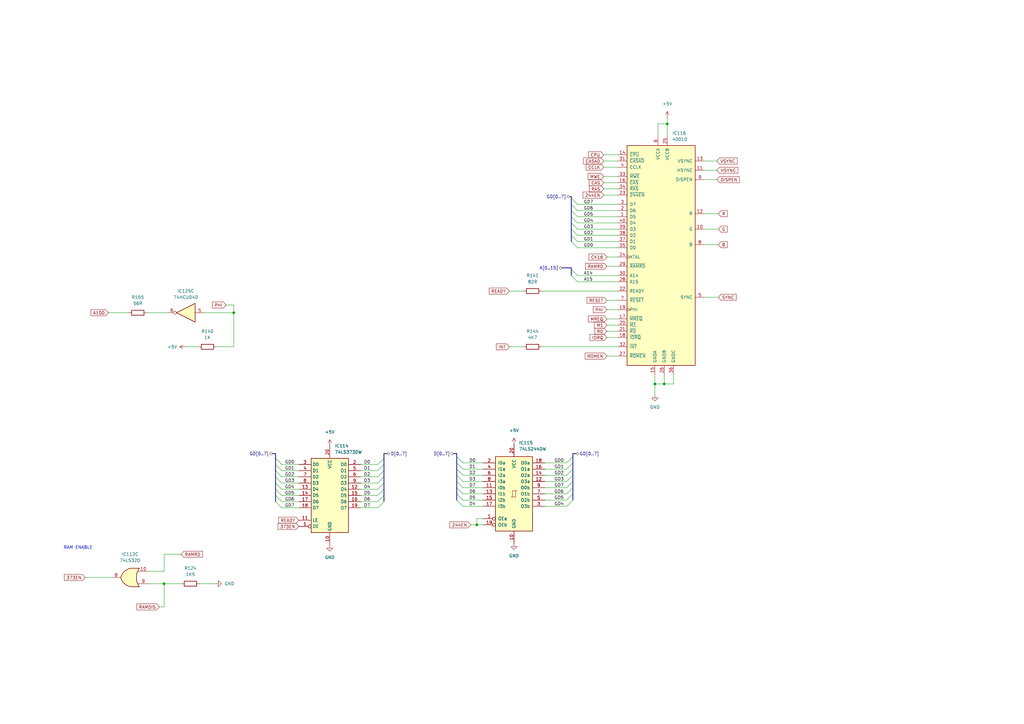
<source format=kicad_sch>
(kicad_sch (version 20211123) (generator eeschema)
  (paper "A3")
  (lib_symbols
    (symbol "74xx:74LS04"
      (property "Reference" "U" (at 0 1.27 0))
      (property "Value" "74LS04" (at 0 -1.27 0))
      (symbol "74LS04_1_0"
        (polyline (pts (xy -3.81 3.81) (xy -3.81 -3.81) (xy 3.81 0) (xy -3.81 3.81)) (stroke (width 0.254)) (fill (type background)))
        (pin input line (at -7.62 0 0) (length 3.81) (name "~") (number "1"))
        (pin output inverted (at 7.62 0 180) (length 3.81) (name "~") (number "2"))
      )
      (symbol "74LS04_2_0"
        (polyline (pts (xy -3.81 3.81) (xy -3.81 -3.81) (xy 3.81 0) (xy -3.81 3.81)) (stroke (width 0.254)) (fill (type background)))
        (pin input line (at -7.62 0 0) (length 3.81) (name "~") (number "3"))
        (pin output inverted (at 7.62 0 180) (length 3.81) (name "~") (number "4"))
      )
      (symbol "74LS04_3_0"
        (polyline (pts (xy -3.81 3.81) (xy -3.81 -3.81) (xy 3.81 0) (xy -3.81 3.81)) (stroke (width 0.254)) (fill (type background)))
        (pin input line (at -7.62 0 0) (length 3.81) (name "~") (number "5"))
        (pin output inverted (at 7.62 0 180) (length 3.81) (name "~") (number "6"))
      )
      (symbol "74LS04_4_0"
        (polyline (pts (xy -3.81 3.81) (xy -3.81 -3.81) (xy 3.81 0) (xy -3.81 3.81)) (stroke (width 0.254)) (fill (type background)))
        (pin output inverted (at 7.62 0 180) (length 3.81) (name "~") (number "8"))
        (pin input line (at -7.62 0 0) (length 3.81) (name "~") (number "9"))
      )
      (symbol "74LS04_5_0"
        (polyline (pts (xy -3.81 3.81) (xy -3.81 -3.81) (xy 3.81 0) (xy -3.81 3.81)) (stroke (width 0.254)) (fill (type background)))
        (pin output inverted (at 7.62 0 180) (length 3.81) (name "~") (number "10"))
        (pin input line (at -7.62 0 0) (length 3.81) (name "~") (number "11"))
      )
      (symbol "74LS04_6_0"
        (polyline (pts (xy -3.81 3.81) (xy -3.81 -3.81) (xy 3.81 0) (xy -3.81 3.81)) (stroke (width 0.254)) (fill (type background)))
        (pin output inverted (at 7.62 0 180) (length 3.81) (name "~") (number "12"))
        (pin input line (at -7.62 0 0) (length 3.81) (name "~") (number "13"))
      )
      (symbol "74LS04_7_0"
        (pin power_in line (at 0 12.7 270) (length 5.08) (name "VCC") (number "14"))
        (pin power_in line (at 0 -12.7 90) (length 5.08) (name "GND") (number "7"))
      )
      (symbol "74LS04_7_1"
        (rectangle (start -5.08 7.62) (end 5.08 -7.62) (stroke (width 0.254)) (fill (type background)))
      )
    )
    (symbol "74xx:74LS244" (pin_names (offset 1.016))
      (property "Reference" "U" (at -7.62 16.51 0))
      (property "Value" "74LS244" (at -7.62 -16.51 0))
      (symbol "74LS244_1_0"
        (polyline (pts (xy -0.635 -1.27) (xy -0.635 1.27) (xy 0.635 1.27)))
        (polyline (pts (xy -1.27 -1.27) (xy 0.635 -1.27) (xy 0.635 1.27) (xy 1.27 1.27)))
        (pin input inverted (at -12.7 -10.16 0) (length 5.08) (name "OEa") (number "1"))
        (pin power_in line (at 0 -20.32 90) (length 5.08) (name "GND") (number "10"))
        (pin input line (at -12.7 2.54 0) (length 5.08) (name "I0b") (number "11"))
        (pin tri_state line (at 12.7 5.08 180) (length 5.08) (name "O3a") (number "12"))
        (pin input line (at -12.7 0 0) (length 5.08) (name "I1b") (number "13"))
        (pin tri_state line (at 12.7 7.62 180) (length 5.08) (name "O2a") (number "14"))
        (pin input line (at -12.7 -2.54 0) (length 5.08) (name "I2b") (number "15"))
        (pin tri_state line (at 12.7 10.16 180) (length 5.08) (name "O1a") (number "16"))
        (pin input line (at -12.7 -5.08 0) (length 5.08) (name "I3b") (number "17"))
        (pin tri_state line (at 12.7 12.7 180) (length 5.08) (name "O0a") (number "18"))
        (pin input inverted (at -12.7 -12.7 0) (length 5.08) (name "OEb") (number "19"))
        (pin input line (at -12.7 12.7 0) (length 5.08) (name "I0a") (number "2"))
        (pin power_in line (at 0 20.32 270) (length 5.08) (name "VCC") (number "20"))
        (pin tri_state line (at 12.7 -5.08 180) (length 5.08) (name "O3b") (number "3"))
        (pin input line (at -12.7 10.16 0) (length 5.08) (name "I1a") (number "4"))
        (pin tri_state line (at 12.7 -2.54 180) (length 5.08) (name "O2b") (number "5"))
        (pin input line (at -12.7 7.62 0) (length 5.08) (name "I2a") (number "6"))
        (pin tri_state line (at 12.7 0 180) (length 5.08) (name "O1b") (number "7"))
        (pin input line (at -12.7 5.08 0) (length 5.08) (name "I3a") (number "8"))
        (pin tri_state line (at 12.7 2.54 180) (length 5.08) (name "O0b") (number "9"))
      )
      (symbol "74LS244_1_1"
        (rectangle (start -7.62 15.24) (end 7.62 -15.24) (stroke (width 0.254)) (fill (type background)))
      )
    )
    (symbol "74xx:74LS32" (pin_names (offset 1.016))
      (property "Reference" "U" (at 0 1.27 0))
      (property "Value" "74LS32" (at 0 -1.27 0))
      (symbol "74LS32_1_1"
        (arc (start -3.81 -3.81) (mid -2.589 0) (end -3.81 3.81) (stroke (width 0.254)))
        (arc (start -0.6096 -3.81) (mid 2.1855 -2.584) (end 3.81 0) (stroke (width 0.254)) (fill (type background)))
        (polyline (pts (xy -3.81 -3.81) (xy -0.635 -3.81)) (stroke (width 0.254)) (fill (type background)))
        (polyline (pts (xy -3.81 3.81) (xy -0.635 3.81)) (stroke (width 0.254)) (fill (type background)))
        (polyline (pts (xy -0.635 3.81) (xy -3.81 3.81) (xy -3.81 3.81) (xy -3.556 3.4036) (xy -3.0226 2.2606) (xy -2.6924 1.0414) (xy -2.6162 -0.254) (xy -2.7686 -1.4986) (xy -3.175 -2.7178) (xy -3.81 -3.81) (xy -3.81 -3.81) (xy -0.635 -3.81)) (stroke (width -25.4)) (fill (type background)))
        (arc (start 3.81 0) (mid 2.1928 2.5925) (end -0.6096 3.81) (stroke (width 0.254)) (fill (type background)))
        (pin input line (at -7.62 2.54 0) (length 4.318) (name "~") (number "1"))
        (pin input line (at -7.62 -2.54 0) (length 4.318) (name "~") (number "2"))
        (pin output line (at 7.62 0 180) (length 3.81) (name "~") (number "3"))
      )
      (symbol "74LS32_1_2"
        (arc (start 0 -3.81) (mid 3.81 0) (end 0 3.81) (stroke (width 0.254)) (fill (type background)))
        (polyline (pts (xy 0 3.81) (xy -3.81 3.81) (xy -3.81 -3.81) (xy 0 -3.81)) (stroke (width 0.254)) (fill (type background)))
        (pin input inverted (at -7.62 2.54 0) (length 3.81) (name "~") (number "1"))
        (pin input inverted (at -7.62 -2.54 0) (length 3.81) (name "~") (number "2"))
        (pin output inverted (at 7.62 0 180) (length 3.81) (name "~") (number "3"))
      )
      (symbol "74LS32_2_1"
        (arc (start -3.81 -3.81) (mid -2.589 0) (end -3.81 3.81) (stroke (width 0.254)))
        (arc (start -0.6096 -3.81) (mid 2.1855 -2.584) (end 3.81 0) (stroke (width 0.254)) (fill (type background)))
        (polyline (pts (xy -3.81 -3.81) (xy -0.635 -3.81)) (stroke (width 0.254)) (fill (type background)))
        (polyline (pts (xy -3.81 3.81) (xy -0.635 3.81)) (stroke (width 0.254)) (fill (type background)))
        (polyline (pts (xy -0.635 3.81) (xy -3.81 3.81) (xy -3.81 3.81) (xy -3.556 3.4036) (xy -3.0226 2.2606) (xy -2.6924 1.0414) (xy -2.6162 -0.254) (xy -2.7686 -1.4986) (xy -3.175 -2.7178) (xy -3.81 -3.81) (xy -3.81 -3.81) (xy -0.635 -3.81)) (stroke (width -25.4)) (fill (type background)))
        (arc (start 3.81 0) (mid 2.1928 2.5925) (end -0.6096 3.81) (stroke (width 0.254)) (fill (type background)))
        (pin input line (at -7.62 2.54 0) (length 4.318) (name "~") (number "4"))
        (pin input line (at -7.62 -2.54 0) (length 4.318) (name "~") (number "5"))
        (pin output line (at 7.62 0 180) (length 3.81) (name "~") (number "6"))
      )
      (symbol "74LS32_2_2"
        (arc (start 0 -3.81) (mid 3.81 0) (end 0 3.81) (stroke (width 0.254)) (fill (type background)))
        (polyline (pts (xy 0 3.81) (xy -3.81 3.81) (xy -3.81 -3.81) (xy 0 -3.81)) (stroke (width 0.254)) (fill (type background)))
        (pin input inverted (at -7.62 2.54 0) (length 3.81) (name "~") (number "4"))
        (pin input inverted (at -7.62 -2.54 0) (length 3.81) (name "~") (number "5"))
        (pin output inverted (at 7.62 0 180) (length 3.81) (name "~") (number "6"))
      )
      (symbol "74LS32_3_1"
        (arc (start -3.81 -3.81) (mid -2.589 0) (end -3.81 3.81) (stroke (width 0.254)))
        (arc (start -0.6096 -3.81) (mid 2.1855 -2.584) (end 3.81 0) (stroke (width 0.254)) (fill (type background)))
        (polyline (pts (xy -3.81 -3.81) (xy -0.635 -3.81)) (stroke (width 0.254)) (fill (type background)))
        (polyline (pts (xy -3.81 3.81) (xy -0.635 3.81)) (stroke (width 0.254)) (fill (type background)))
        (polyline (pts (xy -0.635 3.81) (xy -3.81 3.81) (xy -3.81 3.81) (xy -3.556 3.4036) (xy -3.0226 2.2606) (xy -2.6924 1.0414) (xy -2.6162 -0.254) (xy -2.7686 -1.4986) (xy -3.175 -2.7178) (xy -3.81 -3.81) (xy -3.81 -3.81) (xy -0.635 -3.81)) (stroke (width -25.4)) (fill (type background)))
        (arc (start 3.81 0) (mid 2.1928 2.5925) (end -0.6096 3.81) (stroke (width 0.254)) (fill (type background)))
        (pin input line (at -7.62 -2.54 0) (length 4.318) (name "~") (number "10"))
        (pin output line (at 7.62 0 180) (length 3.81) (name "~") (number "8"))
        (pin input line (at -7.62 2.54 0) (length 4.318) (name "~") (number "9"))
      )
      (symbol "74LS32_3_2"
        (arc (start 0 -3.81) (mid 3.81 0) (end 0 3.81) (stroke (width 0.254)) (fill (type background)))
        (polyline (pts (xy 0 3.81) (xy -3.81 3.81) (xy -3.81 -3.81) (xy 0 -3.81)) (stroke (width 0.254)) (fill (type background)))
        (pin input inverted (at -7.62 -2.54 0) (length 3.81) (name "~") (number "10"))
        (pin output inverted (at 7.62 0 180) (length 3.81) (name "~") (number "8"))
        (pin input inverted (at -7.62 2.54 0) (length 3.81) (name "~") (number "9"))
      )
      (symbol "74LS32_4_1"
        (arc (start -3.81 -3.81) (mid -2.589 0) (end -3.81 3.81) (stroke (width 0.254)))
        (arc (start -0.6096 -3.81) (mid 2.1855 -2.584) (end 3.81 0) (stroke (width 0.254)) (fill (type background)))
        (polyline (pts (xy -3.81 -3.81) (xy -0.635 -3.81)) (stroke (width 0.254)) (fill (type background)))
        (polyline (pts (xy -3.81 3.81) (xy -0.635 3.81)) (stroke (width 0.254)) (fill (type background)))
        (polyline (pts (xy -0.635 3.81) (xy -3.81 3.81) (xy -3.81 3.81) (xy -3.556 3.4036) (xy -3.0226 2.2606) (xy -2.6924 1.0414) (xy -2.6162 -0.254) (xy -2.7686 -1.4986) (xy -3.175 -2.7178) (xy -3.81 -3.81) (xy -3.81 -3.81) (xy -0.635 -3.81)) (stroke (width -25.4)) (fill (type background)))
        (arc (start 3.81 0) (mid 2.1928 2.5925) (end -0.6096 3.81) (stroke (width 0.254)) (fill (type background)))
        (pin output line (at 7.62 0 180) (length 3.81) (name "~") (number "11"))
        (pin input line (at -7.62 2.54 0) (length 4.318) (name "~") (number "12"))
        (pin input line (at -7.62 -2.54 0) (length 4.318) (name "~") (number "13"))
      )
      (symbol "74LS32_4_2"
        (arc (start 0 -3.81) (mid 3.81 0) (end 0 3.81) (stroke (width 0.254)) (fill (type background)))
        (polyline (pts (xy 0 3.81) (xy -3.81 3.81) (xy -3.81 -3.81) (xy 0 -3.81)) (stroke (width 0.254)) (fill (type background)))
        (pin output inverted (at 7.62 0 180) (length 3.81) (name "~") (number "11"))
        (pin input inverted (at -7.62 2.54 0) (length 3.81) (name "~") (number "12"))
        (pin input inverted (at -7.62 -2.54 0) (length 3.81) (name "~") (number "13"))
      )
      (symbol "74LS32_5_0"
        (pin power_in line (at 0 12.7 270) (length 5.08) (name "VCC") (number "14"))
        (pin power_in line (at 0 -12.7 90) (length 5.08) (name "GND") (number "7"))
      )
      (symbol "74LS32_5_1"
        (rectangle (start -5.08 7.62) (end 5.08 -7.62) (stroke (width 0.254)) (fill (type background)))
      )
    )
    (symbol "74xx:74LS373"
      (property "Reference" "U" (at -7.62 16.51 0))
      (property "Value" "74LS373" (at -7.62 -16.51 0))
      (symbol "74LS373_1_0"
        (pin input inverted (at -12.7 -12.7 0) (length 5.08) (name "OE") (number "1"))
        (pin power_in line (at 0 -20.32 90) (length 5.08) (name "GND") (number "10"))
        (pin input line (at -12.7 -10.16 0) (length 5.08) (name "LE") (number "11"))
        (pin tri_state line (at 12.7 2.54 180) (length 5.08) (name "O4") (number "12"))
        (pin input line (at -12.7 2.54 0) (length 5.08) (name "D4") (number "13"))
        (pin input line (at -12.7 0 0) (length 5.08) (name "D5") (number "14"))
        (pin tri_state line (at 12.7 0 180) (length 5.08) (name "O5") (number "15"))
        (pin tri_state line (at 12.7 -2.54 180) (length 5.08) (name "O6") (number "16"))
        (pin input line (at -12.7 -2.54 0) (length 5.08) (name "D6") (number "17"))
        (pin input line (at -12.7 -5.08 0) (length 5.08) (name "D7") (number "18"))
        (pin tri_state line (at 12.7 -5.08 180) (length 5.08) (name "O7") (number "19"))
        (pin tri_state line (at 12.7 12.7 180) (length 5.08) (name "O0") (number "2"))
        (pin power_in line (at 0 20.32 270) (length 5.08) (name "VCC") (number "20"))
        (pin input line (at -12.7 12.7 0) (length 5.08) (name "D0") (number "3"))
        (pin input line (at -12.7 10.16 0) (length 5.08) (name "D1") (number "4"))
        (pin tri_state line (at 12.7 10.16 180) (length 5.08) (name "O1") (number "5"))
        (pin tri_state line (at 12.7 7.62 180) (length 5.08) (name "O2") (number "6"))
        (pin input line (at -12.7 7.62 0) (length 5.08) (name "D2") (number "7"))
        (pin input line (at -12.7 5.08 0) (length 5.08) (name "D3") (number "8"))
        (pin tri_state line (at 12.7 5.08 180) (length 5.08) (name "O3") (number "9"))
      )
      (symbol "74LS373_1_1"
        (rectangle (start -7.62 15.24) (end 7.62 -15.24) (stroke (width 0.254)) (fill (type background)))
      )
    )
    (symbol "Amstrad:40010" (pin_names (offset 1.016))
      (property "Reference" "U" (at -13.97 46.99 0))
      (property "Value" "40010" (at 7.62 46.99 0))
      (symbol "40010_0_1"
        (rectangle (start -13.97 45.72) (end 13.97 -44.45) (stroke (width 0.254)) (fill (type background)))
      )
      (symbol "40010_1_1"
        (pin bidirectional line (at -17.78 16.51 0) (length 3.81) (name "D5") (number "1"))
        (pin output line (at 17.78 11.43 180) (length 3.81) (name "G") (number "10"))
        (pin output line (at 17.78 35.56 180) (length 3.81) (name "HSYNC") (number "11"))
        (pin output line (at 17.78 17.78 180) (length 3.81) (name "R") (number "12"))
        (pin output line (at 17.78 39.37 180) (length 3.81) (name "VSYNC") (number "13"))
        (pin output line (at -17.78 41.91 0) (length 3.81) (name "~{CPU}") (number "14"))
        (pin power_in line (at -2.54 -48.26 90) (length 3.81) (name "GNDA") (number "15"))
        (pin output line (at -17.78 30.48 0) (length 3.81) (name "~{CAS}") (number "16"))
        (pin input line (at -17.78 -25.4 0) (length 3.81) (name "~{MREQ}") (number "17"))
        (pin input line (at -17.78 -33.02 0) (length 3.81) (name "~{IORQ}") (number "18"))
        (pin output clock (at -17.78 -21.59 0) (length 3.81) (name "PHI") (number "19"))
        (pin bidirectional line (at -17.78 19.05 0) (length 3.81) (name "D6") (number "2"))
        (pin input line (at -17.78 -27.94 0) (length 3.81) (name "~{M1}") (number "20"))
        (pin input line (at -17.78 -30.48 0) (length 3.81) (name "~{RD}") (number "21"))
        (pin output line (at -17.78 -13.97 0) (length 3.81) (name "READY") (number "22"))
        (pin output line (at -17.78 25.4 0) (length 3.81) (name "~{244EN}") (number "23"))
        (pin input clock (at -17.78 0 0) (length 3.81) (name "XTAL") (number "24"))
        (pin power_in line (at 2.54 49.53 270) (length 3.81) (name "VCCB") (number "25"))
        (pin power_in line (at 1.27 -48.26 90) (length 3.81) (name "GNDB") (number "26"))
        (pin output line (at -17.78 -40.64 0) (length 3.81) (name "~{ROMEN}") (number "27"))
        (pin input line (at -17.78 -10.16 0) (length 3.81) (name "A15") (number "28"))
        (pin output line (at -17.78 -3.81 0) (length 3.81) (name "~{RAMRD}") (number "29"))
        (pin bidirectional line (at -17.78 21.59 0) (length 3.81) (name "D7") (number "3"))
        (pin input line (at -17.78 -7.62 0) (length 3.81) (name "A14") (number "30"))
        (pin output line (at -17.78 39.37 0) (length 3.81) (name "~{CASAD}") (number "31"))
        (pin output line (at -17.78 -36.83 0) (length 3.81) (name "~{INT}") (number "32"))
        (pin output line (at -17.78 33.02 0) (length 3.81) (name "~{MWE}") (number "33"))
        (pin output line (at -17.78 27.94 0) (length 3.81) (name "~{RAS}") (number "34"))
        (pin bidirectional line (at -17.78 3.81 0) (length 3.81) (name "D0") (number "35"))
        (pin power_in line (at 5.08 -48.26 90) (length 3.81) (name "GNDC") (number "36"))
        (pin bidirectional line (at -17.78 6.35 0) (length 3.81) (name "D1") (number "37"))
        (pin bidirectional line (at -17.78 8.89 0) (length 3.81) (name "D2") (number "38"))
        (pin bidirectional line (at -17.78 11.43 0) (length 3.81) (name "D3") (number "39"))
        (pin output line (at -17.78 36.83 0) (length 3.81) (name "CCLK") (number "4"))
        (pin bidirectional line (at -17.78 13.97 0) (length 3.81) (name "D4") (number "40"))
        (pin output line (at 17.78 -16.51 180) (length 3.81) (name "SYNC") (number "5"))
        (pin power_in line (at -1.27 49.53 270) (length 3.81) (name "VCCA") (number "6"))
        (pin input line (at -17.78 -17.78 0) (length 3.81) (name "~{RESET}") (number "7"))
        (pin output line (at 17.78 5.08 180) (length 3.81) (name "B") (number "8"))
        (pin output line (at 17.78 31.75 180) (length 3.81) (name "DISPEN") (number "9"))
      )
    )
    (symbol "Device:R" (pin_numbers hide) (pin_names (offset 0))
      (property "Reference" "R" (at 2.032 0 90))
      (property "Value" "R" (at 0 0 90))
      (symbol "R_0_1"
        (rectangle (start -1.016 -2.54) (end 1.016 2.54) (stroke (width 0.254)))
      )
      (symbol "R_1_1"
        (pin passive line (at 0 3.81 270) (length 1.27) (name "~") (number "1"))
        (pin passive line (at 0 -3.81 90) (length 1.27) (name "~") (number "2"))
      )
    )
    (symbol "power:+5V" (power) (pin_names (offset 0))
      (property "Value" "+5V" (at 0 3.556 0))
      (symbol "+5V_0_1"
        (polyline (pts (xy -0.762 1.27) (xy 0 2.54)))
        (polyline (pts (xy 0 0) (xy 0 2.54)))
        (polyline (pts (xy 0 2.54) (xy 0.762 1.27)))
      )
      (symbol "+5V_1_1"
        (pin power_in line (at 0 0 90) (length 0) hide (name "+5V") (number "1"))
      )
    )
    (symbol "power:GND" (power) (pin_names (offset 0))
      (property "Value" "GND" (at 0 -3.81 0))
      (symbol "GND_0_1"
        (polyline (pts (xy 0 0) (xy 0 -1.27) (xy 1.27 -1.27) (xy 0 -2.54) (xy -1.27 -1.27) (xy 0 -1.27)))
      )
      (symbol "GND_1_1"
        (pin power_in line (at 0 0 270) (length 0) hide (name "GND") (number "1"))
      )
    )
  )
  (junction (at 272.415 157.48))
  (junction (at 273.685 50.8))
  (junction (at 195.58 215.265))
  (junction (at 95.885 128.27))
  (junction (at 268.605 157.48))
  (junction (at 67.31 239.395))
  (bus_entry (at 236.855 99.06) (size -2.54 -2.54))
  (bus_entry (at 113.03 198.12) (size 2.54 2.54))
  (bus_entry (at 232.41 205.105) (size 2.54 -2.54))
  (bus_entry (at 187.325 192.405) (size 2.54 2.54))
  (bus_entry (at 236.855 88.9) (size -2.54 -2.54))
  (bus_entry (at 236.855 91.44) (size -2.54 -2.54))
  (bus_entry (at 154.94 203.2) (size 2.54 -2.54))
  (bus_entry (at 154.94 208.28) (size 2.54 -2.54))
  (bus_entry (at 232.41 194.945) (size 2.54 -2.54))
  (bus_entry (at 187.325 202.565) (size 2.54 2.54))
  (bus_entry (at 232.41 192.405) (size 2.54 -2.54))
  (bus_entry (at 113.03 205.74) (size 2.54 2.54))
  (bus_entry (at 187.325 197.485) (size 2.54 2.54))
  (bus_entry (at 113.03 193.04) (size 2.54 2.54))
  (bus_entry (at 232.41 202.565) (size 2.54 -2.54))
  (bus_entry (at 236.855 93.98) (size -2.54 -2.54))
  (bus_entry (at 187.325 205.105) (size 2.54 2.54))
  (bus_entry (at 154.94 198.12) (size 2.54 -2.54))
  (bus_entry (at 154.94 200.66) (size 2.54 -2.54))
  (bus_entry (at 232.41 197.485) (size 2.54 -2.54))
  (bus_entry (at 154.94 205.74) (size 2.54 -2.54))
  (bus_entry (at 232.41 189.865) (size 2.54 -2.54))
  (bus_entry (at 236.855 83.82) (size -2.54 -2.54))
  (bus_entry (at 187.325 187.325) (size 2.54 2.54))
  (bus_entry (at 187.325 194.945) (size 2.54 2.54))
  (bus_entry (at 113.03 195.58) (size 2.54 2.54))
  (bus_entry (at 154.94 193.04) (size 2.54 -2.54))
  (bus_entry (at 236.855 86.36) (size -2.54 -2.54))
  (bus_entry (at 232.41 200.025) (size 2.54 -2.54))
  (bus_entry (at 234.315 113.03) (size 2.54 2.54))
  (bus_entry (at 113.03 200.66) (size 2.54 2.54))
  (bus_entry (at 232.41 207.645) (size 2.54 -2.54))
  (bus_entry (at 154.94 195.58) (size 2.54 -2.54))
  (bus_entry (at 234.315 110.49) (size 2.54 2.54))
  (bus_entry (at 187.325 200.025) (size 2.54 2.54))
  (bus_entry (at 113.03 187.96) (size 2.54 2.54))
  (bus_entry (at 113.03 203.2) (size 2.54 2.54))
  (bus_entry (at 236.855 96.52) (size -2.54 -2.54))
  (bus_entry (at 187.325 189.865) (size 2.54 2.54))
  (bus_entry (at 236.855 101.6) (size -2.54 -2.54))
  (bus_entry (at 113.03 190.5) (size 2.54 2.54))
  (bus_entry (at 154.94 190.5) (size 2.54 -2.54))
  (wire (pts (xy 223.52 205.105) (xy 232.41 205.105)))
  (wire (pts (xy 67.31 248.92) (xy 67.31 239.395)))
  (wire (pts (xy 147.955 198.12) (xy 154.94 198.12)))
  (bus (pts (xy 187.325 197.485) (xy 187.325 200.025)))
  (wire (pts (xy 92.71 125.095) (xy 95.885 125.095)))
  (bus (pts (xy 234.315 109.855) (xy 234.315 110.49)))
  (bus (pts (xy 113.03 193.04) (xy 113.03 195.58)))
  (wire (pts (xy 147.955 208.28) (xy 154.94 208.28)))
  (bus (pts (xy 187.325 189.865) (xy 187.325 192.405)))
  (bus (pts (xy 113.03 200.66) (xy 113.03 203.2)))
  (wire (pts (xy 198.12 212.725) (xy 195.58 212.725)))
  (wire (pts (xy 115.57 198.12) (xy 122.555 198.12)))
  (wire (pts (xy 273.685 50.8) (xy 273.685 55.88)))
  (bus (pts (xy 157.48 195.58) (xy 157.48 198.12)))
  (wire (pts (xy 223.52 192.405) (xy 232.41 192.405)))
  (wire (pts (xy 247.65 74.93) (xy 253.365 74.93)))
  (wire (pts (xy 67.31 239.395) (xy 74.295 239.395)))
  (wire (pts (xy 223.52 197.485) (xy 232.41 197.485)))
  (wire (pts (xy 60.96 239.395) (xy 67.31 239.395)))
  (wire (pts (xy 272.415 157.48) (xy 268.605 157.48)))
  (bus (pts (xy 233.68 80.645) (xy 234.315 80.645)))
  (bus (pts (xy 157.48 190.5) (xy 157.48 193.04)))
  (wire (pts (xy 288.925 73.66) (xy 294.005 73.66)))
  (wire (pts (xy 288.925 87.63) (xy 294.64 87.63)))
  (wire (pts (xy 236.855 91.44) (xy 253.365 91.44)))
  (wire (pts (xy 189.865 197.485) (xy 198.12 197.485)))
  (wire (pts (xy 189.865 202.565) (xy 198.12 202.565)))
  (wire (pts (xy 208.915 142.24) (xy 214.63 142.24)))
  (bus (pts (xy 234.315 80.645) (xy 234.315 81.28)))
  (bus (pts (xy 234.315 81.28) (xy 234.315 83.82)))
  (wire (pts (xy 195.58 215.265) (xy 198.12 215.265)))
  (wire (pts (xy 147.955 203.2) (xy 154.94 203.2)))
  (bus (pts (xy 234.315 93.98) (xy 234.315 96.52)))
  (wire (pts (xy 88.9 142.24) (xy 95.885 142.24)))
  (wire (pts (xy 60.325 128.27) (xy 68.58 128.27)))
  (wire (pts (xy 288.925 93.98) (xy 294.64 93.98)))
  (wire (pts (xy 272.415 153.67) (xy 272.415 157.48)))
  (wire (pts (xy 67.31 227.33) (xy 74.295 227.33)))
  (wire (pts (xy 236.855 113.03) (xy 253.365 113.03)))
  (bus (pts (xy 234.95 197.485) (xy 234.95 200.025)))
  (bus (pts (xy 234.95 200.025) (xy 234.95 202.565)))
  (bus (pts (xy 230.505 109.855) (xy 234.315 109.855)))
  (wire (pts (xy 236.855 86.36) (xy 253.365 86.36)))
  (bus (pts (xy 234.95 189.865) (xy 234.95 192.405)))
  (bus (pts (xy 234.95 192.405) (xy 234.95 194.945)))
  (wire (pts (xy 288.925 69.85) (xy 294.005 69.85)))
  (wire (pts (xy 276.225 153.67) (xy 276.225 157.48)))
  (wire (pts (xy 189.865 200.025) (xy 198.12 200.025)))
  (wire (pts (xy 247.65 72.39) (xy 253.365 72.39)))
  (wire (pts (xy 95.885 128.27) (xy 95.885 125.095)))
  (wire (pts (xy 276.225 157.48) (xy 272.415 157.48)))
  (wire (pts (xy 193.04 215.265) (xy 195.58 215.265)))
  (wire (pts (xy 83.82 128.27) (xy 95.885 128.27)))
  (wire (pts (xy 208.915 119.38) (xy 214.63 119.38)))
  (wire (pts (xy 67.31 234.315) (xy 67.31 227.33)))
  (bus (pts (xy 236.22 186.055) (xy 234.95 186.055)))
  (wire (pts (xy 236.855 115.57) (xy 253.365 115.57)))
  (wire (pts (xy 268.605 153.67) (xy 268.605 157.48)))
  (bus (pts (xy 234.95 186.055) (xy 234.95 187.325)))
  (wire (pts (xy 269.875 50.8) (xy 273.685 50.8)))
  (wire (pts (xy 248.92 146.05) (xy 253.365 146.05)))
  (wire (pts (xy 236.855 99.06) (xy 253.365 99.06)))
  (wire (pts (xy 115.57 195.58) (xy 122.555 195.58)))
  (wire (pts (xy 60.96 234.315) (xy 67.31 234.315)))
  (bus (pts (xy 234.315 110.49) (xy 234.315 113.03)))
  (wire (pts (xy 223.52 200.025) (xy 232.41 200.025)))
  (bus (pts (xy 187.325 192.405) (xy 187.325 194.945)))
  (wire (pts (xy 247.65 63.5) (xy 253.365 63.5)))
  (bus (pts (xy 113.03 195.58) (xy 113.03 198.12)))
  (bus (pts (xy 234.95 202.565) (xy 234.95 205.105)))
  (wire (pts (xy 222.25 142.24) (xy 253.365 142.24)))
  (bus (pts (xy 113.03 186.055) (xy 113.03 187.96)))
  (wire (pts (xy 195.58 212.725) (xy 195.58 215.265)))
  (wire (pts (xy 248.92 130.81) (xy 253.365 130.81)))
  (wire (pts (xy 288.925 121.92) (xy 294.64 121.92)))
  (wire (pts (xy 65.405 248.92) (xy 67.31 248.92)))
  (bus (pts (xy 111.76 186.055) (xy 113.03 186.055)))
  (wire (pts (xy 248.92 138.43) (xy 253.365 138.43)))
  (wire (pts (xy 248.92 105.41) (xy 253.365 105.41)))
  (wire (pts (xy 115.57 205.74) (xy 122.555 205.74)))
  (wire (pts (xy 189.865 207.645) (xy 198.12 207.645)))
  (bus (pts (xy 234.315 88.9) (xy 234.315 91.44)))
  (wire (pts (xy 147.955 195.58) (xy 154.94 195.58)))
  (wire (pts (xy 189.865 194.945) (xy 198.12 194.945)))
  (bus (pts (xy 187.325 194.945) (xy 187.325 197.485)))
  (wire (pts (xy 236.855 83.82) (xy 253.365 83.82)))
  (wire (pts (xy 248.92 133.35) (xy 253.365 133.35)))
  (bus (pts (xy 113.03 190.5) (xy 113.03 193.04)))
  (bus (pts (xy 157.48 186.055) (xy 157.48 187.96)))
  (bus (pts (xy 113.03 187.96) (xy 113.03 190.5)))
  (bus (pts (xy 158.75 186.055) (xy 157.48 186.055)))
  (wire (pts (xy 236.855 88.9) (xy 253.365 88.9)))
  (bus (pts (xy 157.48 198.12) (xy 157.48 200.66)))
  (wire (pts (xy 223.52 202.565) (xy 232.41 202.565)))
  (wire (pts (xy 288.925 100.33) (xy 294.64 100.33)))
  (wire (pts (xy 115.57 193.04) (xy 122.555 193.04)))
  (wire (pts (xy 44.45 128.27) (xy 52.705 128.27)))
  (bus (pts (xy 113.03 198.12) (xy 113.03 200.66)))
  (wire (pts (xy 247.65 77.47) (xy 253.365 77.47)))
  (bus (pts (xy 157.48 187.96) (xy 157.48 190.5)))
  (wire (pts (xy 247.65 68.58) (xy 253.365 68.58)))
  (wire (pts (xy 81.915 239.395) (xy 88.265 239.395)))
  (wire (pts (xy 273.685 48.26) (xy 273.685 50.8)))
  (wire (pts (xy 247.65 66.04) (xy 253.365 66.04)))
  (wire (pts (xy 189.865 205.105) (xy 198.12 205.105)))
  (wire (pts (xy 115.57 200.66) (xy 122.555 200.66)))
  (bus (pts (xy 187.325 200.025) (xy 187.325 202.565)))
  (wire (pts (xy 236.855 93.98) (xy 253.365 93.98)))
  (bus (pts (xy 234.95 194.945) (xy 234.95 197.485)))
  (wire (pts (xy 147.955 200.66) (xy 154.94 200.66)))
  (wire (pts (xy 34.925 236.855) (xy 45.72 236.855)))
  (bus (pts (xy 234.95 187.325) (xy 234.95 189.865)))
  (wire (pts (xy 269.875 55.88) (xy 269.875 50.8)))
  (bus (pts (xy 187.325 186.055) (xy 187.325 187.325)))
  (wire (pts (xy 236.855 96.52) (xy 253.365 96.52)))
  (bus (pts (xy 234.315 83.82) (xy 234.315 86.36)))
  (wire (pts (xy 248.92 127) (xy 253.365 127)))
  (bus (pts (xy 113.03 203.2) (xy 113.03 205.74)))
  (wire (pts (xy 147.955 193.04) (xy 154.94 193.04)))
  (wire (pts (xy 268.605 157.48) (xy 268.605 161.925)))
  (wire (pts (xy 115.57 190.5) (xy 122.555 190.5)))
  (bus (pts (xy 157.48 203.2) (xy 157.48 205.74)))
  (wire (pts (xy 223.52 207.645) (xy 232.41 207.645)))
  (wire (pts (xy 248.92 123.19) (xy 253.365 123.19)))
  (bus (pts (xy 234.315 91.44) (xy 234.315 93.98)))
  (wire (pts (xy 223.52 189.865) (xy 232.41 189.865)))
  (wire (pts (xy 76.2 142.24) (xy 81.28 142.24)))
  (wire (pts (xy 189.865 189.865) (xy 198.12 189.865)))
  (wire (pts (xy 147.955 205.74) (xy 154.94 205.74)))
  (wire (pts (xy 189.865 192.405) (xy 198.12 192.405)))
  (bus (pts (xy 187.325 202.565) (xy 187.325 205.105)))
  (wire (pts (xy 222.25 119.38) (xy 253.365 119.38)))
  (wire (pts (xy 288.925 66.04) (xy 294.005 66.04)))
  (wire (pts (xy 115.57 203.2) (xy 122.555 203.2)))
  (bus (pts (xy 186.055 186.055) (xy 187.325 186.055)))
  (bus (pts (xy 157.48 193.04) (xy 157.48 195.58)))
  (bus (pts (xy 187.325 187.325) (xy 187.325 189.865)))
  (wire (pts (xy 115.57 208.28) (xy 122.555 208.28)))
  (bus (pts (xy 157.48 200.66) (xy 157.48 203.2)))
  (wire (pts (xy 95.885 142.24) (xy 95.885 128.27)))
  (bus (pts (xy 234.315 96.52) (xy 234.315 99.06)))
  (wire (pts (xy 247.65 80.01) (xy 253.365 80.01)))
  (wire (pts (xy 223.52 194.945) (xy 232.41 194.945)))
  (wire (pts (xy 248.92 135.89) (xy 253.365 135.89)))
  (wire (pts (xy 236.855 101.6) (xy 253.365 101.6)))
  (bus (pts (xy 234.315 86.36) (xy 234.315 88.9)))
  (wire (pts (xy 248.92 109.22) (xy 253.365 109.22)))
  (wire (pts (xy 147.955 190.5) (xy 154.94 190.5)))
  (text "RAM ENABLE" (at 26.035 225.425 0) (effects (font (size 1.27 1.27)) (justify left bottom)))
  (label "GD4" (at 227.33 207.645 0))
  (label "D6" (at 192.405 202.565 0))
  (label "GD6" (at 227.33 202.565 0))
  (label "D6" (at 149.225 205.74 0))
  (label "GD5" (at 239.395 88.9 0))
  (label "D5" (at 149.225 203.2 0))
  (label "GD3" (at 116.84 198.12 0))
  (label "D1" (at 149.225 193.04 0))
  (label "D7" (at 149.225 208.28 0))
  (label "GD3" (at 227.33 197.485 0))
  (label "GD2" (at 116.84 195.58 0))
  (label "A15" (at 239.395 115.57 0))
  (label "D7" (at 192.405 200.025 0))
  (label "GD1" (at 239.395 99.06 0))
  (label "GD6" (at 116.84 205.74 0))
  (label "GD0" (at 227.33 189.865 0))
  (label "GD2" (at 239.395 96.52 0))
  (label "A14" (at 239.395 113.03 0))
  (label "GD4" (at 116.84 200.66 0))
  (label "D5" (at 192.405 205.105 0))
  (label "GD4" (at 239.395 91.44 0))
  (label "D0" (at 149.225 190.5 0))
  (label "D4" (at 192.405 207.645 0))
  (label "GD7" (at 227.33 200.025 0))
  (label "GD1" (at 116.84 193.04 0))
  (label "GD7" (at 116.84 208.28 0))
  (label "D3" (at 192.405 197.485 0))
  (label "GD0" (at 239.395 101.6 0))
  (label "GD5" (at 227.33 205.105 0))
  (label "D2" (at 192.405 194.945 0))
  (label "GD3" (at 239.395 93.98 0))
  (label "D3" (at 149.225 198.12 0))
  (label "D0" (at 192.405 189.865 0))
  (label "GD2" (at 227.33 194.945 0))
  (label "GD5" (at 116.84 203.2 0))
  (label "GD1" (at 227.33 192.405 0))
  (label "D2" (at 149.225 195.58 0))
  (label "D1" (at 192.405 192.405 0))
  (label "GD6" (at 239.395 86.36 0))
  (label "D4" (at 149.225 200.66 0))
  (label "GD7" (at 239.395 83.82 0))
  (label "GD0" (at 116.84 190.5 0))
  (global_label "PHI" (shape input) (at 92.71 125.095 180) (property "Intersheet References" "${INTERSHEET_REFS}" (effects hide)))
  (global_label "RD" (shape input) (at 248.92 135.89 180) (property "Intersheet References" "${INTERSHEET_REFS}" (effects hide)))
  (global_label "RAS" (shape input) (at 247.65 77.47 180) (property "Intersheet References" "${INTERSHEET_REFS}" (effects hide)))
  (global_label "RAMDIS" (shape input) (at 65.405 248.92 180) (property "Intersheet References" "${INTERSHEET_REFS}" (effects hide)))
  (global_label "CAS" (shape input) (at 247.65 74.93 180) (property "Intersheet References" "${INTERSHEET_REFS}" (effects hide)))
  (global_label "READY" (shape input) (at 208.915 119.38 180) (property "Intersheet References" "${INTERSHEET_REFS}" (effects hide)))
  (global_label "CASAD" (shape input) (at 247.65 66.04 180) (property "Intersheet References" "${INTERSHEET_REFS}" (effects hide)))
  (global_label "SYNC" (shape input) (at 294.64 121.92 0) (property "Intersheet References" "${INTERSHEET_REFS}" (effects hide)))
  (global_label "G" (shape input) (at 294.64 93.98 0) (property "Intersheet References" "${INTERSHEET_REFS}" (effects hide)))
  (global_label "R" (shape input) (at 294.64 87.63 0) (property "Intersheet References" "${INTERSHEET_REFS}" (effects hide)))
  (global_label "373EN" (shape input) (at 34.925 236.855 180) (property "Intersheet References" "${INTERSHEET_REFS}" (effects hide)))
  (global_label "MWE" (shape input) (at 247.65 72.39 180) (property "Intersheet References" "${INTERSHEET_REFS}" (effects hide)))
  (global_label "HSYNC" (shape input) (at 294.005 69.85 0) (property "Intersheet References" "${INTERSHEET_REFS}" (effects hide)))
  (global_label "244EN" (shape input) (at 247.65 80.01 180) (property "Intersheet References" "${INTERSHEET_REFS}" (effects hide)))
  (global_label "RESET" (shape input) (at 248.92 123.19 180) (property "Intersheet References" "${INTERSHEET_REFS}" (effects hide)))
  (global_label "RAMRD" (shape input) (at 248.92 109.22 180) (property "Intersheet References" "${INTERSHEET_REFS}" (effects hide)))
  (global_label "RAMRD" (shape input) (at 74.295 227.33 0) (property "Intersheet References" "${INTERSHEET_REFS}" (effects hide)))
  (global_label "ROMEN" (shape input) (at 248.92 146.05 180) (property "Intersheet References" "${INTERSHEET_REFS}" (effects hide)))
  (global_label "M1" (shape input) (at 248.92 133.35 180) (property "Intersheet References" "${INTERSHEET_REFS}" (effects hide)))
  (global_label "B" (shape input) (at 294.64 100.33 0) (property "Intersheet References" "${INTERSHEET_REFS}" (effects hide)))
  (global_label "READY" (shape input) (at 122.555 213.36 180) (property "Intersheet References" "${INTERSHEET_REFS}" (effects hide)))
  (global_label "CPU" (shape input) (at 247.65 63.5 180) (property "Intersheet References" "${INTERSHEET_REFS}" (effects hide)))
  (global_label "VSYNC" (shape input) (at 294.005 66.04 0) (property "Intersheet References" "${INTERSHEET_REFS}" (effects hide)))
  (global_label "DISPEN" (shape input) (at 294.005 73.66 0) (property "Intersheet References" "${INTERSHEET_REFS}" (effects hide)))
  (global_label "IORQ" (shape input) (at 248.92 138.43 180) (property "Intersheet References" "${INTERSHEET_REFS}" (effects hide)))
  (global_label "CCLK" (shape input) (at 247.65 68.58 180) (property "Intersheet References" "${INTERSHEET_REFS}" (effects hide)))
  (global_label "INT" (shape input) (at 208.915 142.24 180) (property "Intersheet References" "${INTERSHEET_REFS}" (effects hide)))
  (global_label "MREQ" (shape input) (at 248.92 130.81 180) (property "Intersheet References" "${INTERSHEET_REFS}" (effects hide)))
  (global_label "CK16" (shape input) (at 248.92 105.41 180) (property "Intersheet References" "${INTERSHEET_REFS}" (effects hide)))
  (global_label "373EN" (shape input) (at 122.555 215.9 180) (property "Intersheet References" "${INTERSHEET_REFS}" (effects hide)))
  (global_label "244EN" (shape input) (at 193.04 215.265 180) (property "Intersheet References" "${INTERSHEET_REFS}" (effects hide)))
  (global_label "A100" (shape input) (at 44.45 128.27 180) (property "Intersheet References" "${INTERSHEET_REFS}" (effects hide)))
  (global_label "PHI" (shape input) (at 248.92 127 180) (property "Intersheet References" "${INTERSHEET_REFS}" (effects hide)))
  (hierarchical_label "A[0..15]" (shape bidirectional) (at 230.505 109.855 180))
  (hierarchical_label "D[0..7]" (shape bidirectional) (at 158.75 186.055 0))
  (hierarchical_label "GD[0..7]" (shape bidirectional) (at 233.68 80.645 180))
  (hierarchical_label "D[0..7]" (shape bidirectional) (at 186.055 186.055 180))
  (hierarchical_label "GD[0..7]" (shape bidirectional) (at 236.22 186.055 0))
  (hierarchical_label "GD[0..7]" (shape bidirectional) (at 111.76 186.055 180))
  (symbol (lib_id "74xx:74LS373") (at 135.255 203.2 0) (unit 1)
    (property "Reference" "IC114" (at 137.2744 182.88 0) (effects (justify left)))
    (property "Value" "74LS373DW" (at 137.2744 185.42 0) (effects (justify left)))
    (property "Footprint" "Package_SO:SOIC-20W_7.5x12.8mm_P1.27mm" (effects hide))
    (property "Datasheet" "http://www.ti.com/lit/gpn/sn74LS373" (effects hide))
  )
  (symbol (lib_id "Device:R") (at 56.515 128.27 90) (unit 1)
    (property "Reference" "R155" (at 56.515 121.92 90))
    (property "Value" "56R" (at 56.515 124.46 90))
    (property "Footprint" "Resistor_SMD:R_0805_2012Metric" (effects hide))
    (property "LCSC" "C144135" (effects hide))
  )
  (symbol (lib_id "74xx:74LS04") (at 76.2 128.27 0) (mirror y) (unit 3)
    (property "Reference" "IC125" (at 76.2 119.38 0))
    (property "Value" "74HCU04D" (at 76.2 121.92 0))
    (property "Footprint" "Package_SO:SOIC-14_3.9x8.7mm_P1.27mm" (effects hide))
    (property "Datasheet" "http://www.ti.com/lit/gpn/sn74LS04" (effects hide))
  )
  (symbol (lib_id "Device:R") (at 85.09 142.24 90) (unit 1)
    (property "Reference" "R140" (at 85.09 135.89 90))
    (property "Value" "1K" (at 85.09 138.43 90))
    (property "Footprint" "Resistor_SMD:R_0805_2012Metric" (effects hide))
    (property "LCSC" "C482939" (effects hide))
  )
  (symbol (lib_id "Device:R") (at 78.105 239.395 90) (unit 1)
    (property "Reference" "R124" (at 78.105 233.045 90))
    (property "Value" "1K5" (at 78.105 235.585 90))
    (property "Footprint" "Resistor_SMD:R_0805_2012Metric" (effects hide))
    (property "LCSC" "C114555" (effects hide))
  )
  (symbol (lib_id "power:GND") (at 268.605 161.925 0) (unit 1)
    (property "Reference" "#PWR0129" (effects hide))
    (property "Value" "GND" (at 268.605 167.005 0))
  )
  (symbol (lib_id "74xx:74LS32") (at 53.34 236.855 180) (unit 3)
    (property "Reference" "IC112" (at 53.34 227.33 0))
    (property "Value" "74LS32D" (at 53.34 229.87 0))
    (property "Footprint" "Package_SO:SOIC-14_3.9x8.7mm_P1.27mm" (effects hide))
    (property "Datasheet" "http://www.ti.com/lit/gpn/sn74LS32" (effects hide))
  )
  (symbol (lib_id "power:+5V") (at 210.82 182.245 0) (unit 1)
    (property "Reference" "#PWR0132" (effects hide))
    (property "Value" "+5V" (at 210.82 176.53 0))
  )
  (symbol (lib_id "Amstrad:40010") (at 271.145 105.41 0) (unit 1)
    (property "Reference" "IC116" (at 275.7044 54.61 0) (effects (justify left)))
    (property "Value" "40010" (at 275.7044 57.15 0) (effects (justify left)))
    (property "Footprint" "Package_DIP:DIP-40_W15.24mm" (effects hide))
  )
  (symbol (lib_id "74xx:74LS244") (at 210.82 202.565 0) (unit 1)
    (property "Reference" "IC115" (at 212.8394 181.61 0) (effects (justify left)))
    (property "Value" "74LS244DW" (at 212.8394 184.15 0) (effects (justify left)))
    (property "Footprint" "Package_SO:SOIC-20W_7.5x12.8mm_P1.27mm" (effects hide))
    (property "Datasheet" "http://www.ti.com/lit/ds/symlink/sn74ls244.pdf" (effects hide))
  )
  (symbol (lib_id "Device:R") (at 218.44 119.38 270) (unit 1)
    (property "Reference" "R141" (at 218.44 113.03 90))
    (property "Value" "82R" (at 218.44 115.57 90))
    (property "Footprint" "Resistor_SMD:R_0805_2012Metric" (effects hide))
    (property "LCSC" "C706251" (effects hide))
  )
  (symbol (lib_id "power:GND") (at 135.255 223.52 0) (unit 1)
    (property "Reference" "#PWR0127" (effects hide))
    (property "Value" "GND" (at 135.255 228.6 0))
  )
  (symbol (lib_id "Device:R") (at 218.44 142.24 270) (unit 1)
    (property "Reference" "R144" (at 218.44 135.89 90))
    (property "Value" "4K7" (at 218.44 138.43 90))
    (property "Footprint" "Resistor_SMD:R_0805_2012Metric" (effects hide))
    (property "LCSC" "C60816" (effects hide))
  )
  (symbol (lib_id "power:GND") (at 88.265 239.395 90) (unit 1)
    (property "Reference" "#PWR0123" (effects hide))
    (property "Value" "GND" (at 92.075 239.3949 90) (effects (justify right)))
  )
  (symbol (lib_id "power:+5V") (at 76.2 142.24 90) (unit 1)
    (property "Reference" "#PWR0128" (effects hide))
    (property "Value" "+5V" (at 68.58 142.24 90) (effects (justify right)))
  )
  (symbol (lib_id "power:GND") (at 210.82 222.885 0) (unit 1)
    (property "Reference" "#PWR0131" (effects hide))
    (property "Value" "GND" (at 210.82 227.965 0))
  )
  (symbol (lib_id "power:+5V") (at 135.255 182.88 0) (unit 1)
    (property "Reference" "#PWR0125" (effects hide))
    (property "Value" "+5V" (at 135.255 177.165 0))
  )
  (symbol (lib_id "power:+5V") (at 273.685 48.26 0) (unit 1)
    (property "Reference" "#PWR0130" (effects hide))
    (property "Value" "+5V" (at 273.685 42.545 0))
  )
)
</source>
